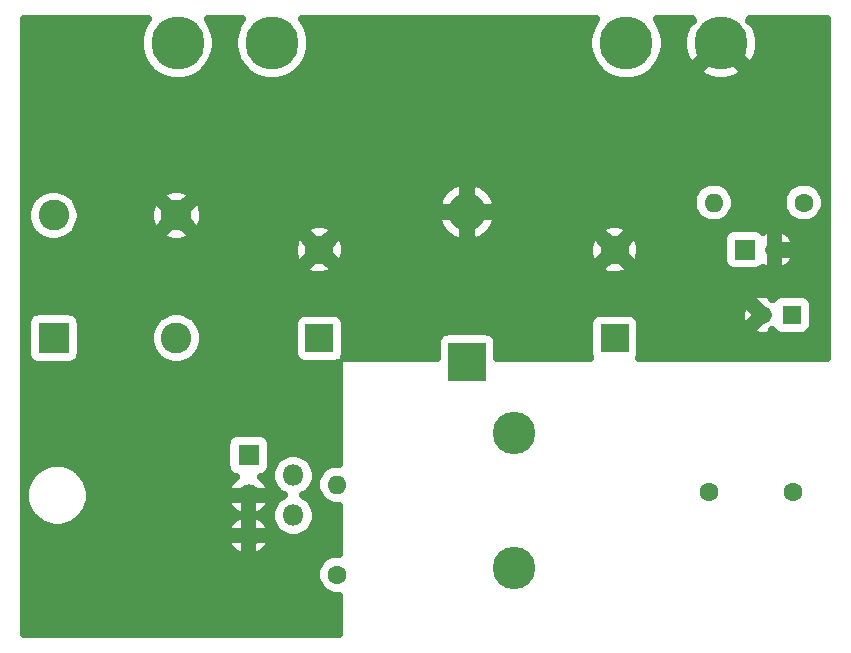
<source format=gbr>
G04 #@! TF.GenerationSoftware,KiCad,Pcbnew,(5.1.5)-3*
G04 #@! TF.CreationDate,2020-11-02T13:16:08+02:00*
G04 #@! TF.ProjectId,c64-wedge-psu-pcb,6336342d-7765-4646-9765-2d7073752d70,rev?*
G04 #@! TF.SameCoordinates,Original*
G04 #@! TF.FileFunction,Copper,L2,Bot*
G04 #@! TF.FilePolarity,Positive*
%FSLAX46Y46*%
G04 Gerber Fmt 4.6, Leading zero omitted, Abs format (unit mm)*
G04 Created by KiCad (PCBNEW (5.1.5)-3) date 2020-11-02 13:16:08*
%MOMM*%
%LPD*%
G04 APERTURE LIST*
%ADD10O,3.200000X3.200000*%
%ADD11R,3.200000X3.200000*%
%ADD12C,1.600000*%
%ADD13C,3.600000*%
%ADD14C,2.400000*%
%ADD15R,2.400000X2.400000*%
%ADD16O,1.800000X1.800000*%
%ADD17R,1.800000X1.800000*%
%ADD18O,1.600000X1.600000*%
%ADD19R,1.700000X1.700000*%
%ADD20O,1.700000X1.700000*%
%ADD21C,2.600000*%
%ADD22R,2.600000X2.600000*%
%ADD23R,1.600000X1.600000*%
%ADD24C,4.500880*%
%ADD25C,0.650000*%
G04 APERTURE END LIST*
D10*
X128500000Y-77300000D03*
D11*
X128500000Y-90000000D03*
D12*
X156100000Y-101000000D03*
X149000000Y-101000000D03*
D13*
X132500000Y-107440000D03*
X132500000Y-96000000D03*
D14*
X116000000Y-80500000D03*
D15*
X116000000Y-88000000D03*
D16*
X110000000Y-104700000D03*
X113800000Y-103000000D03*
X110000000Y-101300000D03*
X113800000Y-99600000D03*
D17*
X110000000Y-97900000D03*
D18*
X149380000Y-76500000D03*
D12*
X157000000Y-76500000D03*
X117500000Y-108000000D03*
D18*
X117500000Y-100380000D03*
D19*
X152000000Y-80500000D03*
D20*
X154540000Y-80500000D03*
D21*
X93500000Y-77600000D03*
D22*
X93500000Y-88000000D03*
D21*
X103900000Y-88000000D03*
X103900000Y-77600000D03*
D12*
X153500000Y-86000000D03*
D23*
X156000000Y-86000000D03*
D14*
X141000000Y-80500000D03*
D15*
X141000000Y-88000000D03*
D24*
X150000000Y-63000000D03*
X142000000Y-63000000D03*
X112000000Y-63000000D03*
X104000000Y-63000000D03*
D25*
G36*
X101141652Y-61472181D02*
G01*
X100898511Y-62059174D01*
X100774560Y-62682322D01*
X100774560Y-63317678D01*
X100898511Y-63940826D01*
X101141652Y-64527819D01*
X101494637Y-65056098D01*
X101943902Y-65505363D01*
X102472181Y-65858348D01*
X103059174Y-66101489D01*
X103682322Y-66225440D01*
X104317678Y-66225440D01*
X104940826Y-66101489D01*
X105527819Y-65858348D01*
X106056098Y-65505363D01*
X106505363Y-65056098D01*
X106858348Y-64527819D01*
X107101489Y-63940826D01*
X107225440Y-63317678D01*
X107225440Y-62682322D01*
X107101489Y-62059174D01*
X106858348Y-61472181D01*
X106542847Y-61000000D01*
X109457153Y-61000000D01*
X109141652Y-61472181D01*
X108898511Y-62059174D01*
X108774560Y-62682322D01*
X108774560Y-63317678D01*
X108898511Y-63940826D01*
X109141652Y-64527819D01*
X109494637Y-65056098D01*
X109943902Y-65505363D01*
X110472181Y-65858348D01*
X111059174Y-66101489D01*
X111682322Y-66225440D01*
X112317678Y-66225440D01*
X112940826Y-66101489D01*
X113527819Y-65858348D01*
X114056098Y-65505363D01*
X114505363Y-65056098D01*
X114858348Y-64527819D01*
X115101489Y-63940826D01*
X115225440Y-63317678D01*
X115225440Y-62682322D01*
X115101489Y-62059174D01*
X114858348Y-61472181D01*
X114542847Y-61000000D01*
X139457153Y-61000000D01*
X139141652Y-61472181D01*
X138898511Y-62059174D01*
X138774560Y-62682322D01*
X138774560Y-63317678D01*
X138898511Y-63940826D01*
X139141652Y-64527819D01*
X139494637Y-65056098D01*
X139943902Y-65505363D01*
X140472181Y-65858348D01*
X141059174Y-66101489D01*
X141682322Y-66225440D01*
X142317678Y-66225440D01*
X142940826Y-66101489D01*
X143527819Y-65858348D01*
X144056098Y-65505363D01*
X144224738Y-65336723D01*
X148122897Y-65336723D01*
X148367493Y-65799876D01*
X148945090Y-66064564D01*
X149563227Y-66211482D01*
X150198148Y-66234985D01*
X150825455Y-66134168D01*
X151421039Y-65912907D01*
X151632507Y-65799876D01*
X151877103Y-65336723D01*
X150000000Y-63459619D01*
X148122897Y-65336723D01*
X144224738Y-65336723D01*
X144505363Y-65056098D01*
X144858348Y-64527819D01*
X145101489Y-63940826D01*
X145225440Y-63317678D01*
X145225440Y-62682322D01*
X145101489Y-62059174D01*
X144858348Y-61472181D01*
X144542847Y-61000000D01*
X147540378Y-61000000D01*
X147663276Y-61122898D01*
X147200124Y-61367493D01*
X146935436Y-61945090D01*
X146788518Y-62563227D01*
X146765015Y-63198148D01*
X146865832Y-63825455D01*
X147087093Y-64421039D01*
X147200124Y-64632507D01*
X147663277Y-64877103D01*
X149540381Y-63000000D01*
X149526238Y-62985858D01*
X149985858Y-62526238D01*
X150000000Y-62540381D01*
X150014142Y-62526238D01*
X150473762Y-62985858D01*
X150459619Y-63000000D01*
X152336723Y-64877103D01*
X152799876Y-64632507D01*
X153064564Y-64054910D01*
X153211482Y-63436773D01*
X153234985Y-62801852D01*
X153134168Y-62174545D01*
X152912907Y-61578961D01*
X152799876Y-61367493D01*
X152336724Y-61122898D01*
X152459622Y-61000000D01*
X159000000Y-61000000D01*
X159000001Y-89675000D01*
X143051647Y-89675000D01*
X143105140Y-89574921D01*
X143160892Y-89391133D01*
X143179717Y-89200000D01*
X143179717Y-86800000D01*
X143160892Y-86608867D01*
X143105140Y-86425079D01*
X143014605Y-86255698D01*
X142892765Y-86107235D01*
X142744302Y-85985395D01*
X142596923Y-85906620D01*
X151718858Y-85906620D01*
X151734865Y-86255898D01*
X151818705Y-86595341D01*
X151890175Y-86767885D01*
X152205889Y-86834492D01*
X153040381Y-86000000D01*
X152205889Y-85165508D01*
X151890175Y-85232115D01*
X151771300Y-85560931D01*
X151718858Y-85906620D01*
X142596923Y-85906620D01*
X142574921Y-85894860D01*
X142391133Y-85839108D01*
X142200000Y-85820283D01*
X139800000Y-85820283D01*
X139608867Y-85839108D01*
X139425079Y-85894860D01*
X139255698Y-85985395D01*
X139107235Y-86107235D01*
X138985395Y-86255698D01*
X138894860Y-86425079D01*
X138839108Y-86608867D01*
X138820283Y-86800000D01*
X138820283Y-89200000D01*
X138839108Y-89391133D01*
X138894860Y-89574921D01*
X138948353Y-89675000D01*
X131079717Y-89675000D01*
X131079717Y-88400000D01*
X131060892Y-88208867D01*
X131005140Y-88025079D01*
X130914605Y-87855698D01*
X130792765Y-87707235D01*
X130644302Y-87585395D01*
X130474921Y-87494860D01*
X130291133Y-87439108D01*
X130100000Y-87420283D01*
X126900000Y-87420283D01*
X126708867Y-87439108D01*
X126525079Y-87494860D01*
X126355698Y-87585395D01*
X126207235Y-87707235D01*
X126085395Y-87855698D01*
X125994860Y-88025079D01*
X125939108Y-88208867D01*
X125920283Y-88400000D01*
X125920283Y-89675000D01*
X118051647Y-89675000D01*
X118105140Y-89574921D01*
X118160892Y-89391133D01*
X118179717Y-89200000D01*
X118179717Y-86800000D01*
X118160892Y-86608867D01*
X118105140Y-86425079D01*
X118014605Y-86255698D01*
X117892765Y-86107235D01*
X117744302Y-85985395D01*
X117574921Y-85894860D01*
X117391133Y-85839108D01*
X117200000Y-85820283D01*
X114800000Y-85820283D01*
X114608867Y-85839108D01*
X114425079Y-85894860D01*
X114255698Y-85985395D01*
X114107235Y-86107235D01*
X113985395Y-86255698D01*
X113894860Y-86425079D01*
X113839108Y-86608867D01*
X113820283Y-86800000D01*
X113820283Y-89200000D01*
X113839108Y-89391133D01*
X113894860Y-89574921D01*
X113985395Y-89744302D01*
X114107235Y-89892765D01*
X114255698Y-90014605D01*
X114425079Y-90105140D01*
X114608867Y-90160892D01*
X114800000Y-90179717D01*
X117200000Y-90179717D01*
X117391133Y-90160892D01*
X117574921Y-90105140D01*
X117675000Y-90051647D01*
X117675000Y-98605035D01*
X117674822Y-98605000D01*
X117325178Y-98605000D01*
X116982252Y-98673213D01*
X116659222Y-98807016D01*
X116368504Y-99001268D01*
X116121268Y-99248504D01*
X115927016Y-99539222D01*
X115793213Y-99862252D01*
X115725000Y-100205178D01*
X115725000Y-100554822D01*
X115793213Y-100897748D01*
X115927016Y-101220778D01*
X116121268Y-101511496D01*
X116368504Y-101758732D01*
X116659222Y-101952984D01*
X116982252Y-102086787D01*
X117325178Y-102155000D01*
X117674822Y-102155000D01*
X117675000Y-102154965D01*
X117675000Y-106225035D01*
X117674822Y-106225000D01*
X117325178Y-106225000D01*
X116982252Y-106293213D01*
X116659222Y-106427016D01*
X116368504Y-106621268D01*
X116121268Y-106868504D01*
X115927016Y-107159222D01*
X115793213Y-107482252D01*
X115725000Y-107825178D01*
X115725000Y-108174822D01*
X115793213Y-108517748D01*
X115927016Y-108840778D01*
X116121268Y-109131496D01*
X116368504Y-109378732D01*
X116659222Y-109572984D01*
X116982252Y-109706787D01*
X117325178Y-109775000D01*
X117674822Y-109775000D01*
X117675000Y-109774965D01*
X117675000Y-113000000D01*
X91000000Y-113000000D01*
X91000000Y-105309875D01*
X108226948Y-105309875D01*
X108379997Y-105644062D01*
X108595302Y-105941969D01*
X108864589Y-106192148D01*
X109177509Y-106384984D01*
X109390126Y-106473043D01*
X109675000Y-106298547D01*
X109675000Y-105025000D01*
X110325000Y-105025000D01*
X110325000Y-106298547D01*
X110609874Y-106473043D01*
X110822491Y-106384984D01*
X111135411Y-106192148D01*
X111404698Y-105941969D01*
X111620003Y-105644062D01*
X111773052Y-105309875D01*
X111602878Y-105025000D01*
X110325000Y-105025000D01*
X109675000Y-105025000D01*
X108397122Y-105025000D01*
X108226948Y-105309875D01*
X91000000Y-105309875D01*
X91000000Y-101031611D01*
X91095000Y-101031611D01*
X91095000Y-101568389D01*
X91199720Y-102094853D01*
X91405136Y-102590771D01*
X91703354Y-103037086D01*
X92082914Y-103416646D01*
X92529229Y-103714864D01*
X93025147Y-103920280D01*
X93551611Y-104025000D01*
X94088389Y-104025000D01*
X94614853Y-103920280D01*
X95110771Y-103714864D01*
X95557086Y-103416646D01*
X95936646Y-103037086D01*
X96234864Y-102590771D01*
X96440280Y-102094853D01*
X96477074Y-101909875D01*
X108226948Y-101909875D01*
X108379997Y-102244062D01*
X108595302Y-102541969D01*
X108864589Y-102792148D01*
X109177509Y-102984984D01*
X109213765Y-103000000D01*
X109177509Y-103015016D01*
X108864589Y-103207852D01*
X108595302Y-103458031D01*
X108379997Y-103755938D01*
X108226948Y-104090125D01*
X108397122Y-104375000D01*
X109675000Y-104375000D01*
X109675000Y-103101453D01*
X109509373Y-103000000D01*
X109675000Y-102898547D01*
X109675000Y-101625000D01*
X110325000Y-101625000D01*
X110325000Y-102898547D01*
X110490627Y-103000000D01*
X110325000Y-103101453D01*
X110325000Y-104375000D01*
X111602878Y-104375000D01*
X111773052Y-104090125D01*
X111620003Y-103755938D01*
X111404698Y-103458031D01*
X111135411Y-103207852D01*
X110822491Y-103015016D01*
X110786235Y-103000000D01*
X110822491Y-102984984D01*
X111135411Y-102792148D01*
X111404698Y-102541969D01*
X111620003Y-102244062D01*
X111773052Y-101909875D01*
X111602878Y-101625000D01*
X110325000Y-101625000D01*
X109675000Y-101625000D01*
X108397122Y-101625000D01*
X108226948Y-101909875D01*
X96477074Y-101909875D01*
X96545000Y-101568389D01*
X96545000Y-101031611D01*
X96440280Y-100505147D01*
X96234864Y-100009229D01*
X95936646Y-99562914D01*
X95557086Y-99183354D01*
X95110771Y-98885136D01*
X94614853Y-98679720D01*
X94088389Y-98575000D01*
X93551611Y-98575000D01*
X93025147Y-98679720D01*
X92529229Y-98885136D01*
X92082914Y-99183354D01*
X91703354Y-99562914D01*
X91405136Y-100009229D01*
X91199720Y-100505147D01*
X91095000Y-101031611D01*
X91000000Y-101031611D01*
X91000000Y-97000000D01*
X108120283Y-97000000D01*
X108120283Y-98800000D01*
X108139108Y-98991133D01*
X108194860Y-99174921D01*
X108285395Y-99344302D01*
X108407235Y-99492765D01*
X108555698Y-99614605D01*
X108725079Y-99705140D01*
X108908867Y-99760892D01*
X108936393Y-99763603D01*
X108864589Y-99807852D01*
X108595302Y-100058031D01*
X108379997Y-100355938D01*
X108226948Y-100690125D01*
X108397122Y-100975000D01*
X109675000Y-100975000D01*
X109675000Y-100955000D01*
X110325000Y-100955000D01*
X110325000Y-100975000D01*
X111602878Y-100975000D01*
X111773052Y-100690125D01*
X111620003Y-100355938D01*
X111404698Y-100058031D01*
X111135411Y-99807852D01*
X111063607Y-99763603D01*
X111091133Y-99760892D01*
X111274921Y-99705140D01*
X111444302Y-99614605D01*
X111592765Y-99492765D01*
X111656314Y-99415329D01*
X111925000Y-99415329D01*
X111925000Y-99784671D01*
X111997056Y-100146917D01*
X112138397Y-100488145D01*
X112343593Y-100795243D01*
X112604757Y-101056407D01*
X112911855Y-101261603D01*
X113004554Y-101300000D01*
X112911855Y-101338397D01*
X112604757Y-101543593D01*
X112343593Y-101804757D01*
X112138397Y-102111855D01*
X111997056Y-102453083D01*
X111925000Y-102815329D01*
X111925000Y-103184671D01*
X111997056Y-103546917D01*
X112138397Y-103888145D01*
X112343593Y-104195243D01*
X112604757Y-104456407D01*
X112911855Y-104661603D01*
X113253083Y-104802944D01*
X113615329Y-104875000D01*
X113984671Y-104875000D01*
X114346917Y-104802944D01*
X114688145Y-104661603D01*
X114995243Y-104456407D01*
X115256407Y-104195243D01*
X115461603Y-103888145D01*
X115602944Y-103546917D01*
X115675000Y-103184671D01*
X115675000Y-102815329D01*
X115602944Y-102453083D01*
X115461603Y-102111855D01*
X115256407Y-101804757D01*
X114995243Y-101543593D01*
X114688145Y-101338397D01*
X114595446Y-101300000D01*
X114688145Y-101261603D01*
X114995243Y-101056407D01*
X115256407Y-100795243D01*
X115461603Y-100488145D01*
X115602944Y-100146917D01*
X115675000Y-99784671D01*
X115675000Y-99415329D01*
X115602944Y-99053083D01*
X115461603Y-98711855D01*
X115256407Y-98404757D01*
X114995243Y-98143593D01*
X114688145Y-97938397D01*
X114346917Y-97797056D01*
X113984671Y-97725000D01*
X113615329Y-97725000D01*
X113253083Y-97797056D01*
X112911855Y-97938397D01*
X112604757Y-98143593D01*
X112343593Y-98404757D01*
X112138397Y-98711855D01*
X111997056Y-99053083D01*
X111925000Y-99415329D01*
X111656314Y-99415329D01*
X111714605Y-99344302D01*
X111805140Y-99174921D01*
X111860892Y-98991133D01*
X111879717Y-98800000D01*
X111879717Y-97000000D01*
X111860892Y-96808867D01*
X111805140Y-96625079D01*
X111714605Y-96455698D01*
X111592765Y-96307235D01*
X111444302Y-96185395D01*
X111274921Y-96094860D01*
X111091133Y-96039108D01*
X110900000Y-96020283D01*
X109100000Y-96020283D01*
X108908867Y-96039108D01*
X108725079Y-96094860D01*
X108555698Y-96185395D01*
X108407235Y-96307235D01*
X108285395Y-96455698D01*
X108194860Y-96625079D01*
X108139108Y-96808867D01*
X108120283Y-97000000D01*
X91000000Y-97000000D01*
X91000000Y-86700000D01*
X91220283Y-86700000D01*
X91220283Y-89300000D01*
X91239108Y-89491133D01*
X91294860Y-89674921D01*
X91385395Y-89844302D01*
X91507235Y-89992765D01*
X91655698Y-90114605D01*
X91825079Y-90205140D01*
X92008867Y-90260892D01*
X92200000Y-90279717D01*
X94800000Y-90279717D01*
X94991133Y-90260892D01*
X95174921Y-90205140D01*
X95344302Y-90114605D01*
X95492765Y-89992765D01*
X95614605Y-89844302D01*
X95705140Y-89674921D01*
X95760892Y-89491133D01*
X95779717Y-89300000D01*
X95779717Y-87775932D01*
X101625000Y-87775932D01*
X101625000Y-88224068D01*
X101712427Y-88663593D01*
X101883921Y-89077617D01*
X102132892Y-89450228D01*
X102449772Y-89767108D01*
X102822383Y-90016079D01*
X103236407Y-90187573D01*
X103675932Y-90275000D01*
X104124068Y-90275000D01*
X104563593Y-90187573D01*
X104977617Y-90016079D01*
X105350228Y-89767108D01*
X105667108Y-89450228D01*
X105916079Y-89077617D01*
X106087573Y-88663593D01*
X106175000Y-88224068D01*
X106175000Y-87775932D01*
X106087573Y-87336407D01*
X105916079Y-86922383D01*
X105667108Y-86549772D01*
X105350228Y-86232892D01*
X104977617Y-85983921D01*
X104563593Y-85812427D01*
X104124068Y-85725000D01*
X103675932Y-85725000D01*
X103236407Y-85812427D01*
X102822383Y-85983921D01*
X102449772Y-86232892D01*
X102132892Y-86549772D01*
X101883921Y-86922383D01*
X101712427Y-87336407D01*
X101625000Y-87775932D01*
X95779717Y-87775932D01*
X95779717Y-86700000D01*
X95760892Y-86508867D01*
X95705140Y-86325079D01*
X95614605Y-86155698D01*
X95492765Y-86007235D01*
X95344302Y-85885395D01*
X95174921Y-85794860D01*
X94991133Y-85739108D01*
X94800000Y-85720283D01*
X92200000Y-85720283D01*
X92008867Y-85739108D01*
X91825079Y-85794860D01*
X91655698Y-85885395D01*
X91507235Y-86007235D01*
X91385395Y-86155698D01*
X91294860Y-86325079D01*
X91239108Y-86508867D01*
X91220283Y-86700000D01*
X91000000Y-86700000D01*
X91000000Y-84705889D01*
X152665508Y-84705889D01*
X153500000Y-85540381D01*
X153514143Y-85526239D01*
X153973762Y-85985858D01*
X153959619Y-86000000D01*
X153973762Y-86014143D01*
X153514143Y-86473762D01*
X153500000Y-86459619D01*
X152665508Y-87294111D01*
X152732115Y-87609825D01*
X153060931Y-87728700D01*
X153406620Y-87781142D01*
X153755898Y-87765135D01*
X154095341Y-87681295D01*
X154267885Y-87609825D01*
X154334491Y-87294114D01*
X154388671Y-87348294D01*
X154507235Y-87492765D01*
X154655698Y-87614605D01*
X154825079Y-87705140D01*
X155008867Y-87760892D01*
X155200000Y-87779717D01*
X156800000Y-87779717D01*
X156991133Y-87760892D01*
X157174921Y-87705140D01*
X157344302Y-87614605D01*
X157492765Y-87492765D01*
X157614605Y-87344302D01*
X157705140Y-87174921D01*
X157760892Y-86991133D01*
X157779717Y-86800000D01*
X157779717Y-85200000D01*
X157760892Y-85008867D01*
X157705140Y-84825079D01*
X157614605Y-84655698D01*
X157492765Y-84507235D01*
X157344302Y-84385395D01*
X157174921Y-84294860D01*
X156991133Y-84239108D01*
X156800000Y-84220283D01*
X155200000Y-84220283D01*
X155008867Y-84239108D01*
X154825079Y-84294860D01*
X154655698Y-84385395D01*
X154507235Y-84507235D01*
X154388671Y-84651706D01*
X154334491Y-84705886D01*
X154267885Y-84390175D01*
X153939069Y-84271300D01*
X153593380Y-84218858D01*
X153244102Y-84234865D01*
X152904659Y-84318705D01*
X152732115Y-84390175D01*
X152665508Y-84705889D01*
X91000000Y-84705889D01*
X91000000Y-82083483D01*
X114876137Y-82083483D01*
X114992595Y-82439498D01*
X115390329Y-82598766D01*
X115811492Y-82677380D01*
X116239900Y-82672318D01*
X116659089Y-82583776D01*
X117007405Y-82439498D01*
X117123863Y-82083483D01*
X139876137Y-82083483D01*
X139992595Y-82439498D01*
X140390329Y-82598766D01*
X140811492Y-82677380D01*
X141239900Y-82672318D01*
X141659089Y-82583776D01*
X142007405Y-82439498D01*
X142123863Y-82083483D01*
X141000000Y-80959619D01*
X139876137Y-82083483D01*
X117123863Y-82083483D01*
X116000000Y-80959619D01*
X114876137Y-82083483D01*
X91000000Y-82083483D01*
X91000000Y-80311492D01*
X113822620Y-80311492D01*
X113827682Y-80739900D01*
X113916224Y-81159089D01*
X114060502Y-81507405D01*
X114416517Y-81623863D01*
X115540381Y-80500000D01*
X116459619Y-80500000D01*
X117583483Y-81623863D01*
X117939498Y-81507405D01*
X118098766Y-81109671D01*
X118177380Y-80688508D01*
X118172926Y-80311492D01*
X138822620Y-80311492D01*
X138827682Y-80739900D01*
X138916224Y-81159089D01*
X139060502Y-81507405D01*
X139416517Y-81623863D01*
X140540381Y-80500000D01*
X141459619Y-80500000D01*
X142583483Y-81623863D01*
X142939498Y-81507405D01*
X143098766Y-81109671D01*
X143177380Y-80688508D01*
X143172318Y-80260100D01*
X143083776Y-79840911D01*
X143004698Y-79650000D01*
X150170283Y-79650000D01*
X150170283Y-81350000D01*
X150189108Y-81541133D01*
X150244860Y-81724921D01*
X150335395Y-81894302D01*
X150457235Y-82042765D01*
X150605698Y-82164605D01*
X150775079Y-82255140D01*
X150958867Y-82310892D01*
X151150000Y-82329717D01*
X152850000Y-82329717D01*
X153041133Y-82310892D01*
X153224921Y-82255140D01*
X153394302Y-82164605D01*
X153542765Y-82042765D01*
X153555672Y-82027037D01*
X153747364Y-82143895D01*
X153938072Y-82222877D01*
X154215000Y-82047490D01*
X154215000Y-80825000D01*
X154865000Y-80825000D01*
X154865000Y-82047490D01*
X155141928Y-82222877D01*
X155332636Y-82143895D01*
X155638114Y-81957672D01*
X155901392Y-81715432D01*
X156112352Y-81426483D01*
X156262888Y-81101930D01*
X156092089Y-80825000D01*
X154865000Y-80825000D01*
X154215000Y-80825000D01*
X154195000Y-80825000D01*
X154195000Y-80175000D01*
X154215000Y-80175000D01*
X154215000Y-78952510D01*
X154865000Y-78952510D01*
X154865000Y-80175000D01*
X156092089Y-80175000D01*
X156262888Y-79898070D01*
X156112352Y-79573517D01*
X155901392Y-79284568D01*
X155638114Y-79042328D01*
X155332636Y-78856105D01*
X155141928Y-78777123D01*
X154865000Y-78952510D01*
X154215000Y-78952510D01*
X153938072Y-78777123D01*
X153747364Y-78856105D01*
X153555672Y-78972963D01*
X153542765Y-78957235D01*
X153394302Y-78835395D01*
X153224921Y-78744860D01*
X153041133Y-78689108D01*
X152850000Y-78670283D01*
X151150000Y-78670283D01*
X150958867Y-78689108D01*
X150775079Y-78744860D01*
X150605698Y-78835395D01*
X150457235Y-78957235D01*
X150335395Y-79105698D01*
X150244860Y-79275079D01*
X150189108Y-79458867D01*
X150170283Y-79650000D01*
X143004698Y-79650000D01*
X142939498Y-79492595D01*
X142583483Y-79376137D01*
X141459619Y-80500000D01*
X140540381Y-80500000D01*
X139416517Y-79376137D01*
X139060502Y-79492595D01*
X138901234Y-79890329D01*
X138822620Y-80311492D01*
X118172926Y-80311492D01*
X118172318Y-80260100D01*
X118083776Y-79840911D01*
X117939498Y-79492595D01*
X117583483Y-79376137D01*
X116459619Y-80500000D01*
X115540381Y-80500000D01*
X114416517Y-79376137D01*
X114060502Y-79492595D01*
X113901234Y-79890329D01*
X113822620Y-80311492D01*
X91000000Y-80311492D01*
X91000000Y-77375932D01*
X91225000Y-77375932D01*
X91225000Y-77824068D01*
X91312427Y-78263593D01*
X91483921Y-78677617D01*
X91732892Y-79050228D01*
X92049772Y-79367108D01*
X92422383Y-79616079D01*
X92836407Y-79787573D01*
X93275932Y-79875000D01*
X93724068Y-79875000D01*
X94163593Y-79787573D01*
X94577617Y-79616079D01*
X94950228Y-79367108D01*
X95061835Y-79255501D01*
X102704118Y-79255501D01*
X102832897Y-79621664D01*
X103247809Y-79791000D01*
X103687783Y-79876137D01*
X104135913Y-79873803D01*
X104574977Y-79784088D01*
X104967103Y-79621664D01*
X105095882Y-79255501D01*
X104756898Y-78916517D01*
X114876137Y-78916517D01*
X116000000Y-80040381D01*
X117123863Y-78916517D01*
X117007405Y-78560502D01*
X116609671Y-78401234D01*
X116188508Y-78322620D01*
X115760100Y-78327682D01*
X115340911Y-78416224D01*
X114992595Y-78560502D01*
X114876137Y-78916517D01*
X104756898Y-78916517D01*
X103900000Y-78059619D01*
X102704118Y-79255501D01*
X95061835Y-79255501D01*
X95267108Y-79050228D01*
X95516079Y-78677617D01*
X95687573Y-78263593D01*
X95775000Y-77824068D01*
X95775000Y-77387783D01*
X101623863Y-77387783D01*
X101626197Y-77835913D01*
X101715912Y-78274977D01*
X101878336Y-78667103D01*
X102244499Y-78795882D01*
X103440381Y-77600000D01*
X104359619Y-77600000D01*
X105555501Y-78795882D01*
X105921664Y-78667103D01*
X106091000Y-78252191D01*
X106135814Y-78020597D01*
X126027875Y-78020597D01*
X126215958Y-78489039D01*
X126491815Y-78911786D01*
X126844846Y-79272593D01*
X127261483Y-79557595D01*
X127725716Y-79755839D01*
X127779404Y-79772118D01*
X128175000Y-79608485D01*
X128175000Y-77625000D01*
X128825000Y-77625000D01*
X128825000Y-79608485D01*
X129220596Y-79772118D01*
X129274284Y-79755839D01*
X129738517Y-79557595D01*
X130155154Y-79272593D01*
X130503555Y-78916517D01*
X139876137Y-78916517D01*
X141000000Y-80040381D01*
X142123863Y-78916517D01*
X142007405Y-78560502D01*
X141609671Y-78401234D01*
X141188508Y-78322620D01*
X140760100Y-78327682D01*
X140340911Y-78416224D01*
X139992595Y-78560502D01*
X139876137Y-78916517D01*
X130503555Y-78916517D01*
X130508185Y-78911786D01*
X130784042Y-78489039D01*
X130972125Y-78020597D01*
X130810665Y-77625000D01*
X128825000Y-77625000D01*
X128175000Y-77625000D01*
X126189335Y-77625000D01*
X126027875Y-78020597D01*
X106135814Y-78020597D01*
X106176137Y-77812217D01*
X106173803Y-77364087D01*
X106084088Y-76925023D01*
X105940928Y-76579403D01*
X126027875Y-76579403D01*
X126189335Y-76975000D01*
X128175000Y-76975000D01*
X128175000Y-74991515D01*
X128825000Y-74991515D01*
X128825000Y-76975000D01*
X130810665Y-76975000D01*
X130972125Y-76579403D01*
X130870052Y-76325178D01*
X147605000Y-76325178D01*
X147605000Y-76674822D01*
X147673213Y-77017748D01*
X147807016Y-77340778D01*
X148001268Y-77631496D01*
X148248504Y-77878732D01*
X148539222Y-78072984D01*
X148862252Y-78206787D01*
X149205178Y-78275000D01*
X149554822Y-78275000D01*
X149897748Y-78206787D01*
X150220778Y-78072984D01*
X150511496Y-77878732D01*
X150758732Y-77631496D01*
X150952984Y-77340778D01*
X151086787Y-77017748D01*
X151155000Y-76674822D01*
X151155000Y-76325178D01*
X155225000Y-76325178D01*
X155225000Y-76674822D01*
X155293213Y-77017748D01*
X155427016Y-77340778D01*
X155621268Y-77631496D01*
X155868504Y-77878732D01*
X156159222Y-78072984D01*
X156482252Y-78206787D01*
X156825178Y-78275000D01*
X157174822Y-78275000D01*
X157517748Y-78206787D01*
X157840778Y-78072984D01*
X158131496Y-77878732D01*
X158378732Y-77631496D01*
X158572984Y-77340778D01*
X158706787Y-77017748D01*
X158775000Y-76674822D01*
X158775000Y-76325178D01*
X158706787Y-75982252D01*
X158572984Y-75659222D01*
X158378732Y-75368504D01*
X158131496Y-75121268D01*
X157840778Y-74927016D01*
X157517748Y-74793213D01*
X157174822Y-74725000D01*
X156825178Y-74725000D01*
X156482252Y-74793213D01*
X156159222Y-74927016D01*
X155868504Y-75121268D01*
X155621268Y-75368504D01*
X155427016Y-75659222D01*
X155293213Y-75982252D01*
X155225000Y-76325178D01*
X151155000Y-76325178D01*
X151086787Y-75982252D01*
X150952984Y-75659222D01*
X150758732Y-75368504D01*
X150511496Y-75121268D01*
X150220778Y-74927016D01*
X149897748Y-74793213D01*
X149554822Y-74725000D01*
X149205178Y-74725000D01*
X148862252Y-74793213D01*
X148539222Y-74927016D01*
X148248504Y-75121268D01*
X148001268Y-75368504D01*
X147807016Y-75659222D01*
X147673213Y-75982252D01*
X147605000Y-76325178D01*
X130870052Y-76325178D01*
X130784042Y-76110961D01*
X130508185Y-75688214D01*
X130155154Y-75327407D01*
X129738517Y-75042405D01*
X129274284Y-74844161D01*
X129220596Y-74827882D01*
X128825000Y-74991515D01*
X128175000Y-74991515D01*
X127779404Y-74827882D01*
X127725716Y-74844161D01*
X127261483Y-75042405D01*
X126844846Y-75327407D01*
X126491815Y-75688214D01*
X126215958Y-76110961D01*
X126027875Y-76579403D01*
X105940928Y-76579403D01*
X105921664Y-76532897D01*
X105555501Y-76404118D01*
X104359619Y-77600000D01*
X103440381Y-77600000D01*
X102244499Y-76404118D01*
X101878336Y-76532897D01*
X101709000Y-76947809D01*
X101623863Y-77387783D01*
X95775000Y-77387783D01*
X95775000Y-77375932D01*
X95687573Y-76936407D01*
X95516079Y-76522383D01*
X95267108Y-76149772D01*
X95061835Y-75944499D01*
X102704118Y-75944499D01*
X103900000Y-77140381D01*
X105095882Y-75944499D01*
X104967103Y-75578336D01*
X104552191Y-75409000D01*
X104112217Y-75323863D01*
X103664087Y-75326197D01*
X103225023Y-75415912D01*
X102832897Y-75578336D01*
X102704118Y-75944499D01*
X95061835Y-75944499D01*
X94950228Y-75832892D01*
X94577617Y-75583921D01*
X94163593Y-75412427D01*
X93724068Y-75325000D01*
X93275932Y-75325000D01*
X92836407Y-75412427D01*
X92422383Y-75583921D01*
X92049772Y-75832892D01*
X91732892Y-76149772D01*
X91483921Y-76522383D01*
X91312427Y-76936407D01*
X91225000Y-77375932D01*
X91000000Y-77375932D01*
X91000000Y-61000000D01*
X101457153Y-61000000D01*
X101141652Y-61472181D01*
G37*
X101141652Y-61472181D02*
X100898511Y-62059174D01*
X100774560Y-62682322D01*
X100774560Y-63317678D01*
X100898511Y-63940826D01*
X101141652Y-64527819D01*
X101494637Y-65056098D01*
X101943902Y-65505363D01*
X102472181Y-65858348D01*
X103059174Y-66101489D01*
X103682322Y-66225440D01*
X104317678Y-66225440D01*
X104940826Y-66101489D01*
X105527819Y-65858348D01*
X106056098Y-65505363D01*
X106505363Y-65056098D01*
X106858348Y-64527819D01*
X107101489Y-63940826D01*
X107225440Y-63317678D01*
X107225440Y-62682322D01*
X107101489Y-62059174D01*
X106858348Y-61472181D01*
X106542847Y-61000000D01*
X109457153Y-61000000D01*
X109141652Y-61472181D01*
X108898511Y-62059174D01*
X108774560Y-62682322D01*
X108774560Y-63317678D01*
X108898511Y-63940826D01*
X109141652Y-64527819D01*
X109494637Y-65056098D01*
X109943902Y-65505363D01*
X110472181Y-65858348D01*
X111059174Y-66101489D01*
X111682322Y-66225440D01*
X112317678Y-66225440D01*
X112940826Y-66101489D01*
X113527819Y-65858348D01*
X114056098Y-65505363D01*
X114505363Y-65056098D01*
X114858348Y-64527819D01*
X115101489Y-63940826D01*
X115225440Y-63317678D01*
X115225440Y-62682322D01*
X115101489Y-62059174D01*
X114858348Y-61472181D01*
X114542847Y-61000000D01*
X139457153Y-61000000D01*
X139141652Y-61472181D01*
X138898511Y-62059174D01*
X138774560Y-62682322D01*
X138774560Y-63317678D01*
X138898511Y-63940826D01*
X139141652Y-64527819D01*
X139494637Y-65056098D01*
X139943902Y-65505363D01*
X140472181Y-65858348D01*
X141059174Y-66101489D01*
X141682322Y-66225440D01*
X142317678Y-66225440D01*
X142940826Y-66101489D01*
X143527819Y-65858348D01*
X144056098Y-65505363D01*
X144224738Y-65336723D01*
X148122897Y-65336723D01*
X148367493Y-65799876D01*
X148945090Y-66064564D01*
X149563227Y-66211482D01*
X150198148Y-66234985D01*
X150825455Y-66134168D01*
X151421039Y-65912907D01*
X151632507Y-65799876D01*
X151877103Y-65336723D01*
X150000000Y-63459619D01*
X148122897Y-65336723D01*
X144224738Y-65336723D01*
X144505363Y-65056098D01*
X144858348Y-64527819D01*
X145101489Y-63940826D01*
X145225440Y-63317678D01*
X145225440Y-62682322D01*
X145101489Y-62059174D01*
X144858348Y-61472181D01*
X144542847Y-61000000D01*
X147540378Y-61000000D01*
X147663276Y-61122898D01*
X147200124Y-61367493D01*
X146935436Y-61945090D01*
X146788518Y-62563227D01*
X146765015Y-63198148D01*
X146865832Y-63825455D01*
X147087093Y-64421039D01*
X147200124Y-64632507D01*
X147663277Y-64877103D01*
X149540381Y-63000000D01*
X149526238Y-62985858D01*
X149985858Y-62526238D01*
X150000000Y-62540381D01*
X150014142Y-62526238D01*
X150473762Y-62985858D01*
X150459619Y-63000000D01*
X152336723Y-64877103D01*
X152799876Y-64632507D01*
X153064564Y-64054910D01*
X153211482Y-63436773D01*
X153234985Y-62801852D01*
X153134168Y-62174545D01*
X152912907Y-61578961D01*
X152799876Y-61367493D01*
X152336724Y-61122898D01*
X152459622Y-61000000D01*
X159000000Y-61000000D01*
X159000001Y-89675000D01*
X143051647Y-89675000D01*
X143105140Y-89574921D01*
X143160892Y-89391133D01*
X143179717Y-89200000D01*
X143179717Y-86800000D01*
X143160892Y-86608867D01*
X143105140Y-86425079D01*
X143014605Y-86255698D01*
X142892765Y-86107235D01*
X142744302Y-85985395D01*
X142596923Y-85906620D01*
X151718858Y-85906620D01*
X151734865Y-86255898D01*
X151818705Y-86595341D01*
X151890175Y-86767885D01*
X152205889Y-86834492D01*
X153040381Y-86000000D01*
X152205889Y-85165508D01*
X151890175Y-85232115D01*
X151771300Y-85560931D01*
X151718858Y-85906620D01*
X142596923Y-85906620D01*
X142574921Y-85894860D01*
X142391133Y-85839108D01*
X142200000Y-85820283D01*
X139800000Y-85820283D01*
X139608867Y-85839108D01*
X139425079Y-85894860D01*
X139255698Y-85985395D01*
X139107235Y-86107235D01*
X138985395Y-86255698D01*
X138894860Y-86425079D01*
X138839108Y-86608867D01*
X138820283Y-86800000D01*
X138820283Y-89200000D01*
X138839108Y-89391133D01*
X138894860Y-89574921D01*
X138948353Y-89675000D01*
X131079717Y-89675000D01*
X131079717Y-88400000D01*
X131060892Y-88208867D01*
X131005140Y-88025079D01*
X130914605Y-87855698D01*
X130792765Y-87707235D01*
X130644302Y-87585395D01*
X130474921Y-87494860D01*
X130291133Y-87439108D01*
X130100000Y-87420283D01*
X126900000Y-87420283D01*
X126708867Y-87439108D01*
X126525079Y-87494860D01*
X126355698Y-87585395D01*
X126207235Y-87707235D01*
X126085395Y-87855698D01*
X125994860Y-88025079D01*
X125939108Y-88208867D01*
X125920283Y-88400000D01*
X125920283Y-89675000D01*
X118051647Y-89675000D01*
X118105140Y-89574921D01*
X118160892Y-89391133D01*
X118179717Y-89200000D01*
X118179717Y-86800000D01*
X118160892Y-86608867D01*
X118105140Y-86425079D01*
X118014605Y-86255698D01*
X117892765Y-86107235D01*
X117744302Y-85985395D01*
X117574921Y-85894860D01*
X117391133Y-85839108D01*
X117200000Y-85820283D01*
X114800000Y-85820283D01*
X114608867Y-85839108D01*
X114425079Y-85894860D01*
X114255698Y-85985395D01*
X114107235Y-86107235D01*
X113985395Y-86255698D01*
X113894860Y-86425079D01*
X113839108Y-86608867D01*
X113820283Y-86800000D01*
X113820283Y-89200000D01*
X113839108Y-89391133D01*
X113894860Y-89574921D01*
X113985395Y-89744302D01*
X114107235Y-89892765D01*
X114255698Y-90014605D01*
X114425079Y-90105140D01*
X114608867Y-90160892D01*
X114800000Y-90179717D01*
X117200000Y-90179717D01*
X117391133Y-90160892D01*
X117574921Y-90105140D01*
X117675000Y-90051647D01*
X117675000Y-98605035D01*
X117674822Y-98605000D01*
X117325178Y-98605000D01*
X116982252Y-98673213D01*
X116659222Y-98807016D01*
X116368504Y-99001268D01*
X116121268Y-99248504D01*
X115927016Y-99539222D01*
X115793213Y-99862252D01*
X115725000Y-100205178D01*
X115725000Y-100554822D01*
X115793213Y-100897748D01*
X115927016Y-101220778D01*
X116121268Y-101511496D01*
X116368504Y-101758732D01*
X116659222Y-101952984D01*
X116982252Y-102086787D01*
X117325178Y-102155000D01*
X117674822Y-102155000D01*
X117675000Y-102154965D01*
X117675000Y-106225035D01*
X117674822Y-106225000D01*
X117325178Y-106225000D01*
X116982252Y-106293213D01*
X116659222Y-106427016D01*
X116368504Y-106621268D01*
X116121268Y-106868504D01*
X115927016Y-107159222D01*
X115793213Y-107482252D01*
X115725000Y-107825178D01*
X115725000Y-108174822D01*
X115793213Y-108517748D01*
X115927016Y-108840778D01*
X116121268Y-109131496D01*
X116368504Y-109378732D01*
X116659222Y-109572984D01*
X116982252Y-109706787D01*
X117325178Y-109775000D01*
X117674822Y-109775000D01*
X117675000Y-109774965D01*
X117675000Y-113000000D01*
X91000000Y-113000000D01*
X91000000Y-105309875D01*
X108226948Y-105309875D01*
X108379997Y-105644062D01*
X108595302Y-105941969D01*
X108864589Y-106192148D01*
X109177509Y-106384984D01*
X109390126Y-106473043D01*
X109675000Y-106298547D01*
X109675000Y-105025000D01*
X110325000Y-105025000D01*
X110325000Y-106298547D01*
X110609874Y-106473043D01*
X110822491Y-106384984D01*
X111135411Y-106192148D01*
X111404698Y-105941969D01*
X111620003Y-105644062D01*
X111773052Y-105309875D01*
X111602878Y-105025000D01*
X110325000Y-105025000D01*
X109675000Y-105025000D01*
X108397122Y-105025000D01*
X108226948Y-105309875D01*
X91000000Y-105309875D01*
X91000000Y-101031611D01*
X91095000Y-101031611D01*
X91095000Y-101568389D01*
X91199720Y-102094853D01*
X91405136Y-102590771D01*
X91703354Y-103037086D01*
X92082914Y-103416646D01*
X92529229Y-103714864D01*
X93025147Y-103920280D01*
X93551611Y-104025000D01*
X94088389Y-104025000D01*
X94614853Y-103920280D01*
X95110771Y-103714864D01*
X95557086Y-103416646D01*
X95936646Y-103037086D01*
X96234864Y-102590771D01*
X96440280Y-102094853D01*
X96477074Y-101909875D01*
X108226948Y-101909875D01*
X108379997Y-102244062D01*
X108595302Y-102541969D01*
X108864589Y-102792148D01*
X109177509Y-102984984D01*
X109213765Y-103000000D01*
X109177509Y-103015016D01*
X108864589Y-103207852D01*
X108595302Y-103458031D01*
X108379997Y-103755938D01*
X108226948Y-104090125D01*
X108397122Y-104375000D01*
X109675000Y-104375000D01*
X109675000Y-103101453D01*
X109509373Y-103000000D01*
X109675000Y-102898547D01*
X109675000Y-101625000D01*
X110325000Y-101625000D01*
X110325000Y-102898547D01*
X110490627Y-103000000D01*
X110325000Y-103101453D01*
X110325000Y-104375000D01*
X111602878Y-104375000D01*
X111773052Y-104090125D01*
X111620003Y-103755938D01*
X111404698Y-103458031D01*
X111135411Y-103207852D01*
X110822491Y-103015016D01*
X110786235Y-103000000D01*
X110822491Y-102984984D01*
X111135411Y-102792148D01*
X111404698Y-102541969D01*
X111620003Y-102244062D01*
X111773052Y-101909875D01*
X111602878Y-101625000D01*
X110325000Y-101625000D01*
X109675000Y-101625000D01*
X108397122Y-101625000D01*
X108226948Y-101909875D01*
X96477074Y-101909875D01*
X96545000Y-101568389D01*
X96545000Y-101031611D01*
X96440280Y-100505147D01*
X96234864Y-100009229D01*
X95936646Y-99562914D01*
X95557086Y-99183354D01*
X95110771Y-98885136D01*
X94614853Y-98679720D01*
X94088389Y-98575000D01*
X93551611Y-98575000D01*
X93025147Y-98679720D01*
X92529229Y-98885136D01*
X92082914Y-99183354D01*
X91703354Y-99562914D01*
X91405136Y-100009229D01*
X91199720Y-100505147D01*
X91095000Y-101031611D01*
X91000000Y-101031611D01*
X91000000Y-97000000D01*
X108120283Y-97000000D01*
X108120283Y-98800000D01*
X108139108Y-98991133D01*
X108194860Y-99174921D01*
X108285395Y-99344302D01*
X108407235Y-99492765D01*
X108555698Y-99614605D01*
X108725079Y-99705140D01*
X108908867Y-99760892D01*
X108936393Y-99763603D01*
X108864589Y-99807852D01*
X108595302Y-100058031D01*
X108379997Y-100355938D01*
X108226948Y-100690125D01*
X108397122Y-100975000D01*
X109675000Y-100975000D01*
X109675000Y-100955000D01*
X110325000Y-100955000D01*
X110325000Y-100975000D01*
X111602878Y-100975000D01*
X111773052Y-100690125D01*
X111620003Y-100355938D01*
X111404698Y-100058031D01*
X111135411Y-99807852D01*
X111063607Y-99763603D01*
X111091133Y-99760892D01*
X111274921Y-99705140D01*
X111444302Y-99614605D01*
X111592765Y-99492765D01*
X111656314Y-99415329D01*
X111925000Y-99415329D01*
X111925000Y-99784671D01*
X111997056Y-100146917D01*
X112138397Y-100488145D01*
X112343593Y-100795243D01*
X112604757Y-101056407D01*
X112911855Y-101261603D01*
X113004554Y-101300000D01*
X112911855Y-101338397D01*
X112604757Y-101543593D01*
X112343593Y-101804757D01*
X112138397Y-102111855D01*
X111997056Y-102453083D01*
X111925000Y-102815329D01*
X111925000Y-103184671D01*
X111997056Y-103546917D01*
X112138397Y-103888145D01*
X112343593Y-104195243D01*
X112604757Y-104456407D01*
X112911855Y-104661603D01*
X113253083Y-104802944D01*
X113615329Y-104875000D01*
X113984671Y-104875000D01*
X114346917Y-104802944D01*
X114688145Y-104661603D01*
X114995243Y-104456407D01*
X115256407Y-104195243D01*
X115461603Y-103888145D01*
X115602944Y-103546917D01*
X115675000Y-103184671D01*
X115675000Y-102815329D01*
X115602944Y-102453083D01*
X115461603Y-102111855D01*
X115256407Y-101804757D01*
X114995243Y-101543593D01*
X114688145Y-101338397D01*
X114595446Y-101300000D01*
X114688145Y-101261603D01*
X114995243Y-101056407D01*
X115256407Y-100795243D01*
X115461603Y-100488145D01*
X115602944Y-100146917D01*
X115675000Y-99784671D01*
X115675000Y-99415329D01*
X115602944Y-99053083D01*
X115461603Y-98711855D01*
X115256407Y-98404757D01*
X114995243Y-98143593D01*
X114688145Y-97938397D01*
X114346917Y-97797056D01*
X113984671Y-97725000D01*
X113615329Y-97725000D01*
X113253083Y-97797056D01*
X112911855Y-97938397D01*
X112604757Y-98143593D01*
X112343593Y-98404757D01*
X112138397Y-98711855D01*
X111997056Y-99053083D01*
X111925000Y-99415329D01*
X111656314Y-99415329D01*
X111714605Y-99344302D01*
X111805140Y-99174921D01*
X111860892Y-98991133D01*
X111879717Y-98800000D01*
X111879717Y-97000000D01*
X111860892Y-96808867D01*
X111805140Y-96625079D01*
X111714605Y-96455698D01*
X111592765Y-96307235D01*
X111444302Y-96185395D01*
X111274921Y-96094860D01*
X111091133Y-96039108D01*
X110900000Y-96020283D01*
X109100000Y-96020283D01*
X108908867Y-96039108D01*
X108725079Y-96094860D01*
X108555698Y-96185395D01*
X108407235Y-96307235D01*
X108285395Y-96455698D01*
X108194860Y-96625079D01*
X108139108Y-96808867D01*
X108120283Y-97000000D01*
X91000000Y-97000000D01*
X91000000Y-86700000D01*
X91220283Y-86700000D01*
X91220283Y-89300000D01*
X91239108Y-89491133D01*
X91294860Y-89674921D01*
X91385395Y-89844302D01*
X91507235Y-89992765D01*
X91655698Y-90114605D01*
X91825079Y-90205140D01*
X92008867Y-90260892D01*
X92200000Y-90279717D01*
X94800000Y-90279717D01*
X94991133Y-90260892D01*
X95174921Y-90205140D01*
X95344302Y-90114605D01*
X95492765Y-89992765D01*
X95614605Y-89844302D01*
X95705140Y-89674921D01*
X95760892Y-89491133D01*
X95779717Y-89300000D01*
X95779717Y-87775932D01*
X101625000Y-87775932D01*
X101625000Y-88224068D01*
X101712427Y-88663593D01*
X101883921Y-89077617D01*
X102132892Y-89450228D01*
X102449772Y-89767108D01*
X102822383Y-90016079D01*
X103236407Y-90187573D01*
X103675932Y-90275000D01*
X104124068Y-90275000D01*
X104563593Y-90187573D01*
X104977617Y-90016079D01*
X105350228Y-89767108D01*
X105667108Y-89450228D01*
X105916079Y-89077617D01*
X106087573Y-88663593D01*
X106175000Y-88224068D01*
X106175000Y-87775932D01*
X106087573Y-87336407D01*
X105916079Y-86922383D01*
X105667108Y-86549772D01*
X105350228Y-86232892D01*
X104977617Y-85983921D01*
X104563593Y-85812427D01*
X104124068Y-85725000D01*
X103675932Y-85725000D01*
X103236407Y-85812427D01*
X102822383Y-85983921D01*
X102449772Y-86232892D01*
X102132892Y-86549772D01*
X101883921Y-86922383D01*
X101712427Y-87336407D01*
X101625000Y-87775932D01*
X95779717Y-87775932D01*
X95779717Y-86700000D01*
X95760892Y-86508867D01*
X95705140Y-86325079D01*
X95614605Y-86155698D01*
X95492765Y-86007235D01*
X95344302Y-85885395D01*
X95174921Y-85794860D01*
X94991133Y-85739108D01*
X94800000Y-85720283D01*
X92200000Y-85720283D01*
X92008867Y-85739108D01*
X91825079Y-85794860D01*
X91655698Y-85885395D01*
X91507235Y-86007235D01*
X91385395Y-86155698D01*
X91294860Y-86325079D01*
X91239108Y-86508867D01*
X91220283Y-86700000D01*
X91000000Y-86700000D01*
X91000000Y-84705889D01*
X152665508Y-84705889D01*
X153500000Y-85540381D01*
X153514143Y-85526239D01*
X153973762Y-85985858D01*
X153959619Y-86000000D01*
X153973762Y-86014143D01*
X153514143Y-86473762D01*
X153500000Y-86459619D01*
X152665508Y-87294111D01*
X152732115Y-87609825D01*
X153060931Y-87728700D01*
X153406620Y-87781142D01*
X153755898Y-87765135D01*
X154095341Y-87681295D01*
X154267885Y-87609825D01*
X154334491Y-87294114D01*
X154388671Y-87348294D01*
X154507235Y-87492765D01*
X154655698Y-87614605D01*
X154825079Y-87705140D01*
X155008867Y-87760892D01*
X155200000Y-87779717D01*
X156800000Y-87779717D01*
X156991133Y-87760892D01*
X157174921Y-87705140D01*
X157344302Y-87614605D01*
X157492765Y-87492765D01*
X157614605Y-87344302D01*
X157705140Y-87174921D01*
X157760892Y-86991133D01*
X157779717Y-86800000D01*
X157779717Y-85200000D01*
X157760892Y-85008867D01*
X157705140Y-84825079D01*
X157614605Y-84655698D01*
X157492765Y-84507235D01*
X157344302Y-84385395D01*
X157174921Y-84294860D01*
X156991133Y-84239108D01*
X156800000Y-84220283D01*
X155200000Y-84220283D01*
X155008867Y-84239108D01*
X154825079Y-84294860D01*
X154655698Y-84385395D01*
X154507235Y-84507235D01*
X154388671Y-84651706D01*
X154334491Y-84705886D01*
X154267885Y-84390175D01*
X153939069Y-84271300D01*
X153593380Y-84218858D01*
X153244102Y-84234865D01*
X152904659Y-84318705D01*
X152732115Y-84390175D01*
X152665508Y-84705889D01*
X91000000Y-84705889D01*
X91000000Y-82083483D01*
X114876137Y-82083483D01*
X114992595Y-82439498D01*
X115390329Y-82598766D01*
X115811492Y-82677380D01*
X116239900Y-82672318D01*
X116659089Y-82583776D01*
X117007405Y-82439498D01*
X117123863Y-82083483D01*
X139876137Y-82083483D01*
X139992595Y-82439498D01*
X140390329Y-82598766D01*
X140811492Y-82677380D01*
X141239900Y-82672318D01*
X141659089Y-82583776D01*
X142007405Y-82439498D01*
X142123863Y-82083483D01*
X141000000Y-80959619D01*
X139876137Y-82083483D01*
X117123863Y-82083483D01*
X116000000Y-80959619D01*
X114876137Y-82083483D01*
X91000000Y-82083483D01*
X91000000Y-80311492D01*
X113822620Y-80311492D01*
X113827682Y-80739900D01*
X113916224Y-81159089D01*
X114060502Y-81507405D01*
X114416517Y-81623863D01*
X115540381Y-80500000D01*
X116459619Y-80500000D01*
X117583483Y-81623863D01*
X117939498Y-81507405D01*
X118098766Y-81109671D01*
X118177380Y-80688508D01*
X118172926Y-80311492D01*
X138822620Y-80311492D01*
X138827682Y-80739900D01*
X138916224Y-81159089D01*
X139060502Y-81507405D01*
X139416517Y-81623863D01*
X140540381Y-80500000D01*
X141459619Y-80500000D01*
X142583483Y-81623863D01*
X142939498Y-81507405D01*
X143098766Y-81109671D01*
X143177380Y-80688508D01*
X143172318Y-80260100D01*
X143083776Y-79840911D01*
X143004698Y-79650000D01*
X150170283Y-79650000D01*
X150170283Y-81350000D01*
X150189108Y-81541133D01*
X150244860Y-81724921D01*
X150335395Y-81894302D01*
X150457235Y-82042765D01*
X150605698Y-82164605D01*
X150775079Y-82255140D01*
X150958867Y-82310892D01*
X151150000Y-82329717D01*
X152850000Y-82329717D01*
X153041133Y-82310892D01*
X153224921Y-82255140D01*
X153394302Y-82164605D01*
X153542765Y-82042765D01*
X153555672Y-82027037D01*
X153747364Y-82143895D01*
X153938072Y-82222877D01*
X154215000Y-82047490D01*
X154215000Y-80825000D01*
X154865000Y-80825000D01*
X154865000Y-82047490D01*
X155141928Y-82222877D01*
X155332636Y-82143895D01*
X155638114Y-81957672D01*
X155901392Y-81715432D01*
X156112352Y-81426483D01*
X156262888Y-81101930D01*
X156092089Y-80825000D01*
X154865000Y-80825000D01*
X154215000Y-80825000D01*
X154195000Y-80825000D01*
X154195000Y-80175000D01*
X154215000Y-80175000D01*
X154215000Y-78952510D01*
X154865000Y-78952510D01*
X154865000Y-80175000D01*
X156092089Y-80175000D01*
X156262888Y-79898070D01*
X156112352Y-79573517D01*
X155901392Y-79284568D01*
X155638114Y-79042328D01*
X155332636Y-78856105D01*
X155141928Y-78777123D01*
X154865000Y-78952510D01*
X154215000Y-78952510D01*
X153938072Y-78777123D01*
X153747364Y-78856105D01*
X153555672Y-78972963D01*
X153542765Y-78957235D01*
X153394302Y-78835395D01*
X153224921Y-78744860D01*
X153041133Y-78689108D01*
X152850000Y-78670283D01*
X151150000Y-78670283D01*
X150958867Y-78689108D01*
X150775079Y-78744860D01*
X150605698Y-78835395D01*
X150457235Y-78957235D01*
X150335395Y-79105698D01*
X150244860Y-79275079D01*
X150189108Y-79458867D01*
X150170283Y-79650000D01*
X143004698Y-79650000D01*
X142939498Y-79492595D01*
X142583483Y-79376137D01*
X141459619Y-80500000D01*
X140540381Y-80500000D01*
X139416517Y-79376137D01*
X139060502Y-79492595D01*
X138901234Y-79890329D01*
X138822620Y-80311492D01*
X118172926Y-80311492D01*
X118172318Y-80260100D01*
X118083776Y-79840911D01*
X117939498Y-79492595D01*
X117583483Y-79376137D01*
X116459619Y-80500000D01*
X115540381Y-80500000D01*
X114416517Y-79376137D01*
X114060502Y-79492595D01*
X113901234Y-79890329D01*
X113822620Y-80311492D01*
X91000000Y-80311492D01*
X91000000Y-77375932D01*
X91225000Y-77375932D01*
X91225000Y-77824068D01*
X91312427Y-78263593D01*
X91483921Y-78677617D01*
X91732892Y-79050228D01*
X92049772Y-79367108D01*
X92422383Y-79616079D01*
X92836407Y-79787573D01*
X93275932Y-79875000D01*
X93724068Y-79875000D01*
X94163593Y-79787573D01*
X94577617Y-79616079D01*
X94950228Y-79367108D01*
X95061835Y-79255501D01*
X102704118Y-79255501D01*
X102832897Y-79621664D01*
X103247809Y-79791000D01*
X103687783Y-79876137D01*
X104135913Y-79873803D01*
X104574977Y-79784088D01*
X104967103Y-79621664D01*
X105095882Y-79255501D01*
X104756898Y-78916517D01*
X114876137Y-78916517D01*
X116000000Y-80040381D01*
X117123863Y-78916517D01*
X117007405Y-78560502D01*
X116609671Y-78401234D01*
X116188508Y-78322620D01*
X115760100Y-78327682D01*
X115340911Y-78416224D01*
X114992595Y-78560502D01*
X114876137Y-78916517D01*
X104756898Y-78916517D01*
X103900000Y-78059619D01*
X102704118Y-79255501D01*
X95061835Y-79255501D01*
X95267108Y-79050228D01*
X95516079Y-78677617D01*
X95687573Y-78263593D01*
X95775000Y-77824068D01*
X95775000Y-77387783D01*
X101623863Y-77387783D01*
X101626197Y-77835913D01*
X101715912Y-78274977D01*
X101878336Y-78667103D01*
X102244499Y-78795882D01*
X103440381Y-77600000D01*
X104359619Y-77600000D01*
X105555501Y-78795882D01*
X105921664Y-78667103D01*
X106091000Y-78252191D01*
X106135814Y-78020597D01*
X126027875Y-78020597D01*
X126215958Y-78489039D01*
X126491815Y-78911786D01*
X126844846Y-79272593D01*
X127261483Y-79557595D01*
X127725716Y-79755839D01*
X127779404Y-79772118D01*
X128175000Y-79608485D01*
X128175000Y-77625000D01*
X128825000Y-77625000D01*
X128825000Y-79608485D01*
X129220596Y-79772118D01*
X129274284Y-79755839D01*
X129738517Y-79557595D01*
X130155154Y-79272593D01*
X130503555Y-78916517D01*
X139876137Y-78916517D01*
X141000000Y-80040381D01*
X142123863Y-78916517D01*
X142007405Y-78560502D01*
X141609671Y-78401234D01*
X141188508Y-78322620D01*
X140760100Y-78327682D01*
X140340911Y-78416224D01*
X139992595Y-78560502D01*
X139876137Y-78916517D01*
X130503555Y-78916517D01*
X130508185Y-78911786D01*
X130784042Y-78489039D01*
X130972125Y-78020597D01*
X130810665Y-77625000D01*
X128825000Y-77625000D01*
X128175000Y-77625000D01*
X126189335Y-77625000D01*
X126027875Y-78020597D01*
X106135814Y-78020597D01*
X106176137Y-77812217D01*
X106173803Y-77364087D01*
X106084088Y-76925023D01*
X105940928Y-76579403D01*
X126027875Y-76579403D01*
X126189335Y-76975000D01*
X128175000Y-76975000D01*
X128175000Y-74991515D01*
X128825000Y-74991515D01*
X128825000Y-76975000D01*
X130810665Y-76975000D01*
X130972125Y-76579403D01*
X130870052Y-76325178D01*
X147605000Y-76325178D01*
X147605000Y-76674822D01*
X147673213Y-77017748D01*
X147807016Y-77340778D01*
X148001268Y-77631496D01*
X148248504Y-77878732D01*
X148539222Y-78072984D01*
X148862252Y-78206787D01*
X149205178Y-78275000D01*
X149554822Y-78275000D01*
X149897748Y-78206787D01*
X150220778Y-78072984D01*
X150511496Y-77878732D01*
X150758732Y-77631496D01*
X150952984Y-77340778D01*
X151086787Y-77017748D01*
X151155000Y-76674822D01*
X151155000Y-76325178D01*
X155225000Y-76325178D01*
X155225000Y-76674822D01*
X155293213Y-77017748D01*
X155427016Y-77340778D01*
X155621268Y-77631496D01*
X155868504Y-77878732D01*
X156159222Y-78072984D01*
X156482252Y-78206787D01*
X156825178Y-78275000D01*
X157174822Y-78275000D01*
X157517748Y-78206787D01*
X157840778Y-78072984D01*
X158131496Y-77878732D01*
X158378732Y-77631496D01*
X158572984Y-77340778D01*
X158706787Y-77017748D01*
X158775000Y-76674822D01*
X158775000Y-76325178D01*
X158706787Y-75982252D01*
X158572984Y-75659222D01*
X158378732Y-75368504D01*
X158131496Y-75121268D01*
X157840778Y-74927016D01*
X157517748Y-74793213D01*
X157174822Y-74725000D01*
X156825178Y-74725000D01*
X156482252Y-74793213D01*
X156159222Y-74927016D01*
X155868504Y-75121268D01*
X155621268Y-75368504D01*
X155427016Y-75659222D01*
X155293213Y-75982252D01*
X155225000Y-76325178D01*
X151155000Y-76325178D01*
X151086787Y-75982252D01*
X150952984Y-75659222D01*
X150758732Y-75368504D01*
X150511496Y-75121268D01*
X150220778Y-74927016D01*
X149897748Y-74793213D01*
X149554822Y-74725000D01*
X149205178Y-74725000D01*
X148862252Y-74793213D01*
X148539222Y-74927016D01*
X148248504Y-75121268D01*
X148001268Y-75368504D01*
X147807016Y-75659222D01*
X147673213Y-75982252D01*
X147605000Y-76325178D01*
X130870052Y-76325178D01*
X130784042Y-76110961D01*
X130508185Y-75688214D01*
X130155154Y-75327407D01*
X129738517Y-75042405D01*
X129274284Y-74844161D01*
X129220596Y-74827882D01*
X128825000Y-74991515D01*
X128175000Y-74991515D01*
X127779404Y-74827882D01*
X127725716Y-74844161D01*
X127261483Y-75042405D01*
X126844846Y-75327407D01*
X126491815Y-75688214D01*
X126215958Y-76110961D01*
X126027875Y-76579403D01*
X105940928Y-76579403D01*
X105921664Y-76532897D01*
X105555501Y-76404118D01*
X104359619Y-77600000D01*
X103440381Y-77600000D01*
X102244499Y-76404118D01*
X101878336Y-76532897D01*
X101709000Y-76947809D01*
X101623863Y-77387783D01*
X95775000Y-77387783D01*
X95775000Y-77375932D01*
X95687573Y-76936407D01*
X95516079Y-76522383D01*
X95267108Y-76149772D01*
X95061835Y-75944499D01*
X102704118Y-75944499D01*
X103900000Y-77140381D01*
X105095882Y-75944499D01*
X104967103Y-75578336D01*
X104552191Y-75409000D01*
X104112217Y-75323863D01*
X103664087Y-75326197D01*
X103225023Y-75415912D01*
X102832897Y-75578336D01*
X102704118Y-75944499D01*
X95061835Y-75944499D01*
X94950228Y-75832892D01*
X94577617Y-75583921D01*
X94163593Y-75412427D01*
X93724068Y-75325000D01*
X93275932Y-75325000D01*
X92836407Y-75412427D01*
X92422383Y-75583921D01*
X92049772Y-75832892D01*
X91732892Y-76149772D01*
X91483921Y-76522383D01*
X91312427Y-76936407D01*
X91225000Y-77375932D01*
X91000000Y-77375932D01*
X91000000Y-61000000D01*
X101457153Y-61000000D01*
X101141652Y-61472181D01*
M02*

</source>
